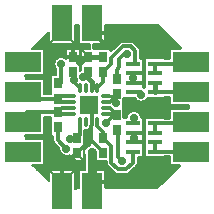
<source format=gtl>
G04 DipTrace 2.4.0.2*
%INFlexADCBufferAry.gtl*%
%MOMM*%
%ADD13C,0.254*%
%ADD14C,0.305*%
%ADD15C,0.381*%
%ADD16C,0.3*%
%ADD17C,0.762*%
%ADD18C,0.508*%
%ADD19C,0.152*%
%ADD20C,0.33*%
%ADD21R,0.7X0.9*%
%ADD22R,1.6X1.7*%
%ADD24R,2.032X1.7*%
%ADD26R,1.7X1.6*%
%ADD27R,1.7X2.032*%
%ADD28R,1.15X0.44*%
%ADD31O,0.3X0.85*%
%ADD32O,0.85X0.3*%
%ADD33R,1.5X1.5*%
%ADD34C,0.711*%
%ADD35C,0.711*%
%FSLAX53Y53*%
G04*
G71*
G90*
G75*
G01*
%LNTop*%
%LPD*%
X17509Y18523D2*
D13*
X18267D1*
X18426Y18682D1*
X17509Y18023D2*
X17767D1*
X18426Y18682D1*
X18413Y18669D1*
Y17932D1*
X14609Y18023D2*
D14*
X13762D1*
X13464Y18321D1*
X14609Y18523D2*
X13666D1*
X13464Y18321D1*
X10585D1*
X10008Y18898D1*
X14609Y17523D2*
X13799D1*
X13466Y17190D1*
X14609Y17023D2*
X13633D1*
X13466Y17190D1*
X10840D1*
X10008Y16358D1*
X17509Y17523D2*
X17853D1*
X18428Y16948D1*
X17509Y17023D2*
X18353D1*
X18428Y16948D1*
X18233D1*
X17558Y16274D1*
X21653Y20473D2*
Y21273D1*
X25083D1*
X25248Y21438D1*
X18426Y19982D2*
Y20775D1*
X18620Y20970D1*
Y21654D1*
X19046Y22079D1*
X19328D1*
X13464Y19621D2*
X13698D1*
Y21211D1*
X13738Y21252D1*
X21653Y19673D2*
D15*
Y18873D1*
Y19673D2*
D14*
Y18873D1*
X25223D1*
X25248Y18898D1*
X16309Y16323D2*
Y16067D1*
X16280Y16038D1*
Y14923D1*
X15933Y14576D1*
X15896D1*
X15051Y13732D1*
X15933Y14576D2*
Y14651D1*
X16430D1*
X17347Y13734D1*
X17290D1*
X16309Y16323D2*
Y17525D1*
X16457Y17377D1*
X13818Y10008D2*
Y12498D1*
X15051Y13732D1*
X14629Y13038D2*
X14089Y12498D1*
X13818D1*
X14727Y21867D2*
Y21806D1*
X15339D1*
X17258D1*
X17313Y21862D1*
X15360Y21442D2*
X15339Y21806D1*
X16041Y21859D2*
X17311D1*
X17313Y21862D1*
X16309Y16323D2*
D16*
Y16901D1*
D14*
Y17523D1*
X16059Y17773D1*
X21654Y14633D2*
Y13833D1*
X25233D1*
X25248Y13818D1*
X18428Y15648D2*
X18588D1*
Y13384D1*
X18922Y13051D1*
X17290Y15034D2*
Y15493D1*
X16809Y15974D1*
Y16323D1*
X17290Y15034D2*
X17975Y14349D1*
Y12914D1*
X18561Y12328D1*
X19263D1*
X19823Y12888D1*
Y13802D1*
X19854Y13833D1*
X15309Y16323D2*
Y15289D1*
X15051Y15032D1*
X19854Y16233D2*
Y16671D1*
X19878Y16694D1*
X14447Y14921D2*
X14941D1*
X15051Y15032D1*
X20504Y18669D2*
Y18873D1*
X19853D1*
X14727Y20567D2*
Y19805D1*
X15309Y19223D1*
X14727Y20567D2*
Y19974D1*
X14799Y19903D1*
X17313Y20562D2*
Y19728D1*
X16809Y19223D1*
X17313Y20562D2*
X17982Y21230D1*
Y21739D1*
X18988Y22745D1*
X19653D1*
X20018Y22381D1*
Y21273D1*
X19853D1*
X13466Y15890D2*
Y14788D1*
X14177Y14077D1*
X21654Y15433D2*
Y16233D1*
X25123D1*
X25248Y16358D1*
X16309Y19223D2*
D15*
Y19771D1*
X15893Y20188D1*
X15619D1*
X16041Y20559D2*
X15991D1*
X15619Y20188D1*
X19853Y20473D2*
D14*
Y20162D1*
X19795Y20104D1*
Y19730D1*
X19853Y19673D1*
X19854Y15433D2*
Y15045D1*
X19878Y15022D1*
Y14656D1*
X19854Y14633D1*
X16358Y10008D2*
D17*
Y13740D1*
X16307Y13791D1*
X21240Y22036D2*
D18*
Y23333D1*
X18392D1*
Y23925D1*
X18120D1*
X18392Y23249D2*
D14*
Y23333D1*
X21240Y22036D2*
Y23814D1*
X21603Y24177D1*
X18120Y23925D2*
X16305D1*
X16358Y23978D1*
D35*
X18120Y23925D3*
X18413Y17932D3*
X17558Y16274D3*
X19878Y16694D3*
X14629Y13038D3*
X21240Y22036D3*
X18392Y23249D3*
X21603Y24177D3*
X19922Y11417D3*
X15360Y21442D3*
X15619Y20188D3*
X18922Y13051D3*
X19878Y15022D3*
X19795Y20104D3*
X19328Y22079D3*
X14447Y14921D3*
X22211Y12193D3*
X20504Y18669D3*
X13738Y21252D3*
X14799Y19903D3*
X16307Y13791D3*
X21554Y17481D3*
X14177Y14077D3*
X12400Y23161D3*
X14917Y24388D2*
D19*
X15258D1*
X14917Y24239D2*
X15258D1*
X14917Y24090D2*
X15258D1*
X14917Y23941D2*
X15258D1*
X12595Y23791D2*
X12717D1*
X14917D2*
X15258D1*
X12443Y23642D2*
X12717D1*
X14917D2*
X15258D1*
X12291Y23493D2*
X12717D1*
X14917D2*
X15258D1*
X12136Y23344D2*
X12717D1*
X14917D2*
X15258D1*
X11983Y23195D2*
X12717D1*
X14917D2*
X15258D1*
X11831Y23046D2*
X12717D1*
X14917D2*
X15258D1*
X11679Y22897D2*
X16142D1*
X11526Y22748D2*
X16142D1*
X11371Y22599D2*
X16144D1*
X12329Y22450D2*
X14127D1*
X15327D2*
X15441D1*
X12329Y22301D2*
X14127D1*
X15327D2*
X15441D1*
X12329Y22152D2*
X14127D1*
X15327D2*
X15441D1*
X12329Y22003D2*
X14127D1*
X15327D2*
X15441D1*
X12329Y21854D2*
X14127D1*
X15327D2*
X15441D1*
X12329Y21705D2*
X13344D1*
X15327D2*
X15441D1*
X12329Y21555D2*
X13217D1*
X15327D2*
X15441D1*
X12329Y21406D2*
X13153D1*
X15327D2*
X15441D1*
X12329Y21257D2*
X13134D1*
X15327D2*
X15441D1*
X12329Y21108D2*
X13151D1*
X15327D2*
X15441D1*
X12329Y20959D2*
X13210D1*
X15327D2*
X15441D1*
X12329Y20810D2*
X13296D1*
X15327D2*
X15441D1*
X12329Y20661D2*
X13296D1*
X12329Y20512D2*
X13296D1*
X12329Y20363D2*
X13296D1*
X10734Y20214D2*
X12865D1*
X10734Y20065D2*
X12865D1*
X12329Y19916D2*
X12865D1*
X12329Y19767D2*
X12865D1*
X12329Y19618D2*
X12865D1*
X12329Y19469D2*
X12865D1*
X12329Y19319D2*
X12865D1*
X12329Y19170D2*
X12865D1*
X12329Y19021D2*
X12865D1*
X12329Y18872D2*
X12865D1*
X12329Y18723D2*
X12865D1*
X12329Y16785D2*
X12867D1*
X12329Y16636D2*
X12867D1*
X12329Y16487D2*
X12867D1*
X12329Y16338D2*
X12867D1*
X12329Y16189D2*
X12867D1*
X12329Y16040D2*
X12867D1*
X12329Y15891D2*
X12867D1*
X12329Y15742D2*
X12867D1*
X12329Y15593D2*
X12867D1*
X15710D2*
X16158D1*
X12329Y15444D2*
X12867D1*
X15710D2*
X16158D1*
X12329Y15295D2*
X12867D1*
X15710D2*
X16158D1*
X10734Y15146D2*
X13065D1*
X15684D2*
X16161D1*
X10734Y14997D2*
X13065D1*
X15651D2*
X16161D1*
X12329Y14847D2*
X13065D1*
X15651D2*
X16161D1*
X12329Y14698D2*
X13075D1*
X15651D2*
X16161D1*
X12329Y14549D2*
X13146D1*
X15651D2*
X16161D1*
X12329Y14400D2*
X13291D1*
X15651D2*
X16161D1*
X12329Y14251D2*
X13441D1*
X15651D2*
X15884D1*
X12329Y14102D2*
X13572D1*
X15651D2*
X15761D1*
X12329Y13953D2*
X13584D1*
X12329Y13804D2*
X13639D1*
X12329Y13655D2*
X13748D1*
X12329Y13506D2*
X14013D1*
X14341D2*
X14451D1*
X15651D2*
X15728D1*
X12329Y13357D2*
X14451D1*
X15651D2*
X15728D1*
X12329Y13208D2*
X14451D1*
X15651D2*
X15728D1*
X12329Y13059D2*
X14451D1*
X15651D2*
X15728D1*
X12329Y12910D2*
X15727D1*
X12329Y12761D2*
X15727D1*
X11419Y12611D2*
X15727D1*
X11574Y12462D2*
X15727D1*
X11726Y12313D2*
X15727D1*
X11879Y12164D2*
X12717D1*
X14917D2*
X15258D1*
X12031Y12015D2*
X12717D1*
X14917D2*
X15258D1*
X12183Y11866D2*
X12717D1*
X14917D2*
X15258D1*
X12336Y11717D2*
X12717D1*
X14917D2*
X15258D1*
X12491Y11568D2*
X12717D1*
X14917D2*
X15258D1*
X14917Y11419D2*
X15258D1*
X14917Y11270D2*
X15258D1*
X14917Y11121D2*
X15258D1*
X14917Y10972D2*
X15258D1*
X14917Y10823D2*
X15258D1*
X12879Y18706D2*
X12882Y19006D1*
X12879Y19165D1*
Y20306D1*
X13311Y20307D1*
Y20843D1*
X13238Y20938D1*
X13202Y21005D1*
X13174Y21076D1*
X13157Y21150D1*
X13148Y21226D1*
X13150Y21302D1*
X13161Y21377D1*
X13182Y21451D1*
X13213Y21521D1*
X13252Y21586D1*
X13299Y21646D1*
X13353Y21699D1*
X13414Y21745D1*
X13480Y21783D1*
X13550Y21811D1*
X13624Y21831D1*
X13700Y21841D1*
X13776D1*
X13851Y21831D1*
X13925Y21812D1*
X13995Y21783D1*
X14062Y21745D1*
X14145Y21678D1*
X14143Y21777D1*
Y22552D1*
X15312D1*
Y20692D1*
X15431Y20747D1*
X15457Y20754D1*
X15456Y21244D1*
Y22544D1*
X16158D1*
X16157Y22946D1*
X15919Y22943D1*
X15273D1*
Y24538D1*
X14900Y24537D1*
X14903Y24449D1*
Y22943D1*
X12733D1*
Y23940D1*
X11279Y22522D1*
X12313Y22523D1*
Y20353D1*
X10718D1*
X10719Y19982D1*
X11259Y19983D1*
X12313D1*
Y18709D1*
X12878Y18708D1*
X12882Y16505D2*
X12881Y16803D1*
X12311D1*
X12313Y16071D1*
Y15273D1*
X10718D1*
X10719Y14900D1*
X10967Y14903D1*
X11259Y14900D1*
X11310Y14903D1*
X12313D1*
Y12733D1*
X11277D1*
X11569Y12451D1*
X12734Y11316D1*
X12733Y12313D1*
X14903D1*
Y10718D1*
X15274Y10719D1*
X15273Y11259D1*
Y12313D1*
X15742D1*
Y13544D1*
X15708Y13646D1*
X15693Y13741D1*
Y13838D1*
X15708Y13933D1*
X15737Y14025D1*
X15781Y14111D1*
X15837Y14189D1*
X15905Y14257D1*
X15983Y14314D1*
X16069Y14359D1*
X16176Y14392D1*
X16173Y15688D1*
X16102Y15724D1*
X16059Y15756D1*
X16020Y15727D1*
X15952Y15691D1*
X15879Y15670D1*
X15804Y15664D1*
X15728Y15672D1*
X15694Y15683D1*
X15696Y15289D1*
X15688Y15213D1*
X15636Y15030D1*
X15634Y14347D1*
X15636Y14294D1*
Y13047D1*
X14467D1*
Y13564D1*
X14412Y13535D1*
X14340Y13510D1*
X14266Y13493D1*
X14190Y13487D1*
X14114Y13490D1*
X14039Y13503D1*
X13966Y13526D1*
X13897Y13557D1*
X13832Y13598D1*
X13773Y13646D1*
X13721Y13702D1*
X13677Y13763D1*
X13640Y13830D1*
X13613Y13902D1*
X13595Y13976D1*
X13587Y14051D1*
X13589Y14120D1*
X13310Y14396D1*
X13192Y14514D1*
X13144Y14573D1*
X13108Y14640D1*
X13086Y14713D1*
X13079Y14788D1*
Y15205D1*
X12881D1*
X12884Y16575D1*
X14727Y22551D2*
D20*
Y21867D1*
X14143D2*
X15312D1*
X15051Y13732D2*
D19*
X15636Y13047D1*
Y14416D2*
X14467Y13047D1*
X15456Y22544D2*
X16041Y21859D1*
X15456Y21175D1*
X12734Y12313D2*
X13818Y11278D1*
X14902Y12313D2*
X13818Y11278D1*
Y23978D2*
X14902Y22944D1*
X13818Y23978D2*
X12734Y22944D1*
X17553Y24158D2*
D14*
X22183D1*
X17553Y23856D2*
X22493D1*
X17553Y23555D2*
X22802D1*
X17553Y23253D2*
X23112D1*
X17553Y22952D2*
X18502D1*
X20139D2*
X23421D1*
X16586Y22650D2*
X18197D1*
X20434D2*
X23731D1*
X20515Y22349D2*
X22831D1*
X20515Y22047D2*
X22831D1*
X22573Y21746D2*
X22831D1*
X19125Y18128D2*
X20073D1*
X20934D2*
X22831D1*
X19106Y17827D2*
X22831D1*
X19125Y17525D2*
X24479D1*
X19125Y17224D2*
X19435D1*
X20320D2*
X22831D1*
X20539Y16922D2*
X22831D1*
X22577Y13305D2*
X22831D1*
X20325Y13003D2*
X22831D1*
X16591Y12702D2*
X17525D1*
X20282D2*
X22831D1*
X16591Y12400D2*
X17792D1*
X20030D2*
X23436D1*
X17553Y12099D2*
X18097D1*
X19730D2*
X23131D1*
X17553Y11798D2*
X22831D1*
X17553Y11496D2*
X22526D1*
X17553Y11195D2*
X22226D1*
X17553Y10893D2*
X21921D1*
X16799Y22629D2*
X17980D1*
Y22405D1*
X18656Y23077D1*
X18779Y23166D1*
X18929Y23210D1*
X19140Y23215D1*
X19653D1*
X19803Y23190D1*
X19940Y23116D1*
X20093Y22969D1*
X20350Y22713D1*
X20438Y22590D1*
X20483Y22440D1*
X20487Y22229D1*
Y21805D1*
X20745Y21810D1*
X20740Y20736D1*
X20745Y20674D1*
Y19296D1*
X20765Y19410D1*
X20745D1*
Y19300D1*
X20761Y19440D1*
X20765Y20210D1*
X20745D1*
Y19935D1*
X20761Y19936D1*
X20765Y21010D1*
X20745D1*
Y20735D1*
X20761Y20736D1*
Y21810D1*
X22545D1*
Y21738D1*
X22861Y21743D1*
Y22605D1*
X23809D1*
X21906Y24457D1*
X17522Y24440D1*
X17525Y22861D1*
X16558D1*
X16550Y22626D1*
X16647D1*
X16554Y22758D1*
Y22630D1*
X16799Y22629D1*
X17505Y12967D2*
X16623D1*
Y13791D1*
X16560Y13856D1*
X16563Y12395D1*
X17525D1*
Y10831D1*
X19608Y10833D1*
X21889Y10831D1*
X23718Y12653D1*
X22861Y12651D1*
Y13361D1*
X22542Y13363D1*
X22546Y13296D1*
X20762D1*
X20767Y14370D1*
X20746D1*
Y13296D1*
X20294D1*
X20293Y12888D1*
X20268Y12738D1*
X20194Y12601D1*
X20047Y12448D1*
X19595Y11996D1*
X19472Y11907D1*
X19322Y11863D1*
X19111Y11858D1*
X18561D1*
X18411Y11883D1*
X18274Y11957D1*
X18121Y12103D1*
X17643Y12582D1*
X17555Y12705D1*
X17510Y12855D1*
X17506Y12966D1*
X20766Y15696D2*
X20762Y16305D1*
Y16770D1*
X22546D1*
Y16698D1*
X22861Y16701D1*
Y17525D1*
X24514D1*
X24511Y17733D1*
X23915Y17731D1*
Y17525D1*
X24510D1*
X24509Y17731D1*
X22861D1*
Y18403D1*
X22541D1*
X22545Y18336D1*
X21083D1*
X21027Y18246D1*
X20918Y18140D1*
X20789Y18060D1*
X20645Y18012D1*
X20493Y17997D1*
X20343Y18016D1*
X20200Y18069D1*
X20073Y18153D1*
X19968Y18263D1*
X19927Y18332D1*
X19092Y18336D1*
X19088Y17915D1*
X19068Y17781D1*
X19044Y17714D1*
X19095Y17715D1*
Y16768D1*
X19205Y16770D1*
X19227Y16865D1*
X19282Y17007D1*
X19368Y17132D1*
X19479Y17236D1*
X19611Y17311D1*
X19757Y17355D1*
X19908Y17366D1*
X20059Y17342D1*
X20200Y17284D1*
X20324Y17197D1*
X20426Y17084D1*
X20499Y16951D1*
X20544Y16766D1*
X20746Y16770D1*
X20742Y15696D1*
X20746Y15635D1*
X20745Y14096D1*
X20762D1*
X20767Y15170D1*
X20746D1*
Y14896D1*
X20762D1*
X20767Y15970D1*
X20746D1*
Y15696D1*
X16358Y11278D2*
D20*
X17524D1*
X19853Y20473D2*
X20744D1*
X19853Y19673D2*
X20744D1*
X19854Y15433D2*
X20746D1*
X19854Y14633D2*
X20746D1*
X16358Y23978D2*
X17525Y22861D1*
D21*
X18426Y18682D3*
Y19982D3*
X13464Y18321D3*
Y19621D3*
X17313Y20562D3*
Y21862D3*
X13466Y17190D3*
Y15890D3*
X14727Y20567D3*
Y21867D3*
X18428Y16948D3*
Y15648D3*
X15051Y15032D3*
Y13732D3*
X17290Y15034D3*
Y13734D3*
X16041Y20559D3*
Y21859D3*
D22*
X23978Y21438D3*
Y18898D3*
Y16358D3*
Y13818D3*
D24*
X25248D3*
Y16358D3*
Y18898D3*
Y21438D3*
D22*
X11278Y13818D3*
Y16358D3*
Y18898D3*
Y21438D3*
D24*
X10008D3*
Y18898D3*
Y16358D3*
Y13818D3*
D26*
X16358Y11278D3*
X13818D3*
D27*
X16358Y10008D3*
X13818D3*
D26*
X16358Y23978D3*
X13818D3*
D27*
X16358Y25248D3*
X13818D3*
D28*
X21653Y18873D3*
Y19673D3*
Y20473D3*
Y21273D3*
X19853D3*
Y20473D3*
Y19673D3*
Y18873D3*
X21654Y13833D3*
Y14633D3*
Y15433D3*
Y16233D3*
X19854D3*
Y15433D3*
Y14633D3*
Y13833D3*
D31*
X16809Y19223D3*
X16309D3*
X15809D3*
X15309D3*
D32*
X14609Y18523D3*
Y18023D3*
Y17523D3*
Y17023D3*
D31*
X15309Y16323D3*
X15809D3*
X16309D3*
X16809D3*
D32*
X17509Y17023D3*
Y17523D3*
Y18023D3*
Y18523D3*
D33*
X16059Y17773D3*
D34*
X16457Y18171D3*
X15663D3*
Y17377D3*
X16457D3*
M02*

</source>
